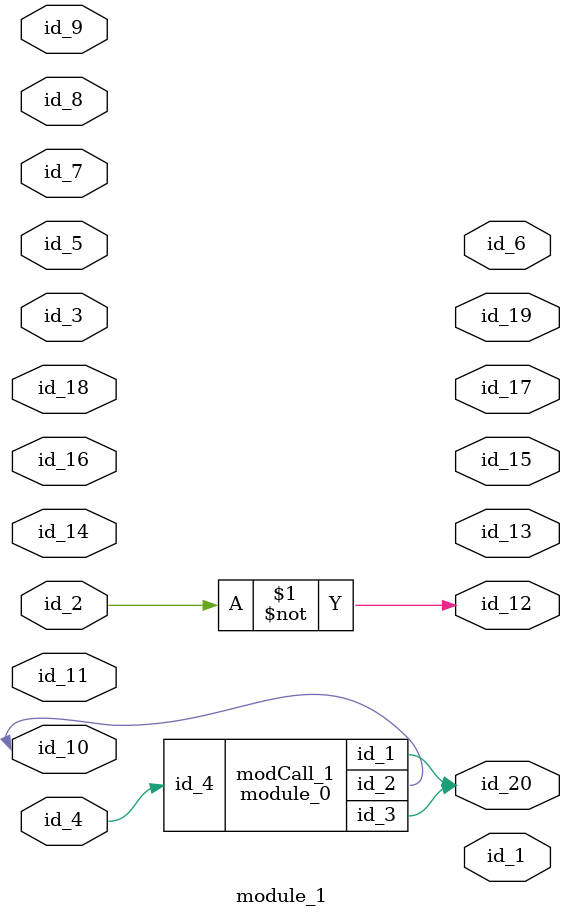
<source format=v>
module module_0 (
    id_1,
    id_2,
    id_3,
    id_4
);
  input wire id_4;
  output wire id_3;
  output wire id_2;
  output wire id_1;
  wire id_5;
endmodule
module module_1 (
    id_1,
    id_2,
    id_3,
    id_4,
    id_5,
    id_6,
    id_7,
    id_8,
    id_9,
    id_10,
    id_11,
    id_12,
    id_13,
    id_14,
    id_15,
    id_16,
    id_17,
    id_18,
    id_19,
    id_20
);
  output wire id_20;
  output wire id_19;
  inout wire id_18;
  output wire id_17;
  inout wire id_16;
  output wire id_15;
  inout wire id_14;
  output wire id_13;
  output wire id_12;
  input wire id_11;
  inout wire id_10;
  input wire id_9;
  input wire id_8;
  inout wire id_7;
  output wire id_6;
  inout wire id_5;
  inout wire id_4;
  inout wire id_3;
  inout wire id_2;
  output wire id_1;
  module_0 modCall_1 (
      id_20,
      id_10,
      id_20,
      id_4
  );
  assign id_12 = ~id_2;
endmodule

</source>
